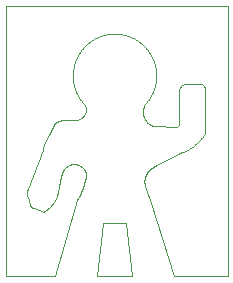
<source format=gto>
G75*
%MOIN*%
%OFA0B0*%
%FSLAX25Y25*%
%IPPOS*%
%LPD*%
%AMOC8*
5,1,8,0,0,1.08239X$1,22.5*
%
%ADD10C,0.00000*%
D10*
X0026000Y0086000D02*
X0026000Y0176000D01*
X0100000Y0176000D01*
X0100000Y0086000D01*
X0082000Y0086000D01*
X0074400Y0110500D01*
X0072900Y0115000D01*
X0072901Y0115000D02*
X0072836Y0115130D01*
X0072774Y0115261D01*
X0072717Y0115394D01*
X0072662Y0115529D01*
X0072612Y0115664D01*
X0072565Y0115802D01*
X0072521Y0115940D01*
X0072482Y0116079D01*
X0072446Y0116220D01*
X0072413Y0116361D01*
X0072385Y0116503D01*
X0072360Y0116646D01*
X0072340Y0116790D01*
X0072323Y0116934D01*
X0072309Y0117078D01*
X0072300Y0117223D01*
X0072295Y0117368D01*
X0072293Y0117513D01*
X0072295Y0117658D01*
X0072301Y0117802D01*
X0072311Y0117947D01*
X0072325Y0118091D01*
X0072343Y0118235D01*
X0072364Y0118379D01*
X0072390Y0118522D01*
X0072419Y0118664D01*
X0072452Y0118805D01*
X0072488Y0118945D01*
X0072529Y0119084D01*
X0072573Y0119222D01*
X0072620Y0119359D01*
X0072672Y0119495D01*
X0072726Y0119629D01*
X0072785Y0119762D01*
X0072847Y0119893D01*
X0072912Y0120022D01*
X0072981Y0120150D01*
X0073053Y0120276D01*
X0073129Y0120399D01*
X0073208Y0120521D01*
X0073290Y0120641D01*
X0073375Y0120758D01*
X0073463Y0120873D01*
X0073555Y0120986D01*
X0073649Y0121096D01*
X0073746Y0121203D01*
X0073846Y0121308D01*
X0073949Y0121411D01*
X0074054Y0121510D01*
X0074162Y0121607D01*
X0074273Y0121701D01*
X0074386Y0121791D01*
X0074501Y0121879D01*
X0074619Y0121964D01*
X0074739Y0122045D01*
X0074861Y0122123D01*
X0074985Y0122198D01*
X0075111Y0122270D01*
X0075239Y0122338D01*
X0075239Y0122339D02*
X0084966Y0127339D01*
X0082776Y0135728D02*
X0075900Y0136000D01*
X0075767Y0136016D01*
X0075634Y0136037D01*
X0075502Y0136062D01*
X0075371Y0136090D01*
X0075241Y0136123D01*
X0075112Y0136159D01*
X0074984Y0136199D01*
X0074857Y0136243D01*
X0074731Y0136291D01*
X0074607Y0136342D01*
X0074485Y0136397D01*
X0074364Y0136455D01*
X0074245Y0136518D01*
X0074128Y0136583D01*
X0074013Y0136652D01*
X0073900Y0136725D01*
X0073789Y0136800D01*
X0073681Y0136879D01*
X0073575Y0136961D01*
X0073471Y0137047D01*
X0073370Y0137135D01*
X0073272Y0137226D01*
X0073176Y0137320D01*
X0073083Y0137417D01*
X0072993Y0137517D01*
X0072907Y0137619D01*
X0072823Y0137724D01*
X0072742Y0137831D01*
X0072665Y0137941D01*
X0072590Y0138053D01*
X0072519Y0138167D01*
X0072452Y0138283D01*
X0072388Y0138401D01*
X0072328Y0138520D01*
X0072271Y0138642D01*
X0072218Y0138765D01*
X0072168Y0138890D01*
X0072122Y0139016D01*
X0072080Y0139143D01*
X0072042Y0139272D01*
X0072007Y0139402D01*
X0071977Y0139532D01*
X0071950Y0139664D01*
X0071927Y0139796D01*
X0071908Y0139929D01*
X0071893Y0140062D01*
X0071882Y0140196D01*
X0071875Y0140330D01*
X0071872Y0140464D01*
X0071873Y0140598D01*
X0071878Y0140733D01*
X0071887Y0140866D01*
X0071900Y0141000D01*
X0072160Y0143055D01*
X0084966Y0127338D02*
X0085328Y0127490D01*
X0085685Y0127651D01*
X0086039Y0127821D01*
X0086388Y0128000D01*
X0086733Y0128187D01*
X0087073Y0128382D01*
X0087409Y0128585D01*
X0087739Y0128797D01*
X0088064Y0129017D01*
X0088384Y0129244D01*
X0088698Y0129480D01*
X0089006Y0129722D01*
X0089308Y0129973D01*
X0089603Y0130230D01*
X0089893Y0130495D01*
X0090176Y0130767D01*
X0090452Y0131046D01*
X0090721Y0131331D01*
X0090983Y0131623D01*
X0091238Y0131921D01*
X0091486Y0132225D01*
X0091726Y0132535D01*
X0091959Y0132851D01*
X0092183Y0133172D01*
X0092400Y0133499D01*
X0092400Y0133500D02*
X0092400Y0148800D01*
X0091567Y0150000D02*
X0085914Y0150000D01*
X0085826Y0149998D01*
X0085739Y0149992D01*
X0085652Y0149983D01*
X0085565Y0149969D01*
X0085479Y0149952D01*
X0085394Y0149931D01*
X0085310Y0149907D01*
X0085227Y0149878D01*
X0085145Y0149846D01*
X0085065Y0149811D01*
X0084987Y0149772D01*
X0084910Y0149730D01*
X0084835Y0149684D01*
X0084762Y0149635D01*
X0084692Y0149583D01*
X0084624Y0149528D01*
X0084558Y0149470D01*
X0084495Y0149409D01*
X0084434Y0149346D01*
X0084377Y0149280D01*
X0084322Y0149211D01*
X0084271Y0149140D01*
X0084222Y0149067D01*
X0084177Y0148992D01*
X0084135Y0148915D01*
X0084097Y0148836D01*
X0084062Y0148756D01*
X0084031Y0148674D01*
X0084003Y0148591D01*
X0083979Y0148506D01*
X0083959Y0148421D01*
X0083942Y0148335D01*
X0083929Y0148248D01*
X0083920Y0148161D01*
X0083915Y0148073D01*
X0083914Y0147986D01*
X0083971Y0139000D01*
X0083739Y0136379D01*
X0083707Y0136319D01*
X0083672Y0136262D01*
X0083633Y0136206D01*
X0083592Y0136153D01*
X0083547Y0136102D01*
X0083500Y0136054D01*
X0083450Y0136009D01*
X0083397Y0135966D01*
X0083343Y0135927D01*
X0083286Y0135891D01*
X0083227Y0135858D01*
X0083166Y0135828D01*
X0083104Y0135802D01*
X0083040Y0135780D01*
X0082975Y0135761D01*
X0082909Y0135746D01*
X0082843Y0135735D01*
X0082776Y0135728D01*
X0092400Y0148800D02*
X0092372Y0148889D01*
X0092340Y0148976D01*
X0092305Y0149062D01*
X0092267Y0149147D01*
X0092225Y0149230D01*
X0092180Y0149311D01*
X0092132Y0149390D01*
X0092080Y0149468D01*
X0092026Y0149543D01*
X0091968Y0149616D01*
X0091908Y0149686D01*
X0091845Y0149755D01*
X0091779Y0149820D01*
X0091711Y0149883D01*
X0091640Y0149943D01*
X0091566Y0150000D01*
X0072159Y0143056D02*
X0072397Y0143299D01*
X0072628Y0143548D01*
X0072853Y0143802D01*
X0073072Y0144062D01*
X0073285Y0144328D01*
X0073491Y0144598D01*
X0073690Y0144873D01*
X0073882Y0145153D01*
X0074068Y0145438D01*
X0074247Y0145727D01*
X0074418Y0146020D01*
X0074582Y0146318D01*
X0074739Y0146619D01*
X0074889Y0146924D01*
X0075031Y0147233D01*
X0075166Y0147545D01*
X0075292Y0147861D01*
X0075412Y0148179D01*
X0075523Y0148500D01*
X0075626Y0148824D01*
X0075722Y0149150D01*
X0075809Y0149478D01*
X0075889Y0149809D01*
X0075960Y0150141D01*
X0076023Y0150475D01*
X0076079Y0150810D01*
X0076125Y0151147D01*
X0076164Y0151484D01*
X0076194Y0151823D01*
X0076217Y0152162D01*
X0076230Y0152502D01*
X0076236Y0152841D01*
X0076233Y0153181D01*
X0076222Y0153521D01*
X0076203Y0153860D01*
X0076175Y0154199D01*
X0076139Y0154537D01*
X0076095Y0154874D01*
X0076043Y0155210D01*
X0075982Y0155544D01*
X0075914Y0155877D01*
X0075837Y0156208D01*
X0075752Y0156537D01*
X0075659Y0156864D01*
X0075558Y0157188D01*
X0075450Y0157510D01*
X0075333Y0157830D01*
X0075209Y0158146D01*
X0075077Y0158459D01*
X0074937Y0158769D01*
X0074790Y0159075D01*
X0074636Y0159378D01*
X0074474Y0159677D01*
X0074305Y0159972D01*
X0074128Y0160262D01*
X0073945Y0160548D01*
X0073755Y0160830D01*
X0073558Y0161107D01*
X0073354Y0161379D01*
X0073144Y0161646D01*
X0072927Y0161907D01*
X0072704Y0162164D01*
X0072474Y0162415D01*
X0072239Y0162660D01*
X0071998Y0162899D01*
X0071751Y0163132D01*
X0071498Y0163360D01*
X0071240Y0163581D01*
X0070976Y0163795D01*
X0070708Y0164004D01*
X0070434Y0164205D01*
X0070156Y0164400D01*
X0069872Y0164588D01*
X0069585Y0164769D01*
X0069293Y0164943D01*
X0068997Y0165109D01*
X0068697Y0165269D01*
X0068393Y0165421D01*
X0068085Y0165566D01*
X0067774Y0165703D01*
X0067460Y0165832D01*
X0067143Y0165954D01*
X0066822Y0166068D01*
X0066500Y0166174D01*
X0066174Y0166272D01*
X0065846Y0166362D01*
X0065517Y0166444D01*
X0065185Y0166518D01*
X0064852Y0166584D01*
X0064517Y0166642D01*
X0064181Y0166692D01*
X0063843Y0166733D01*
X0063505Y0166766D01*
X0063166Y0166791D01*
X0062827Y0166808D01*
X0062487Y0166816D01*
X0062147Y0166816D01*
X0061807Y0166808D01*
X0061468Y0166791D01*
X0061129Y0166766D01*
X0060791Y0166733D01*
X0060453Y0166692D01*
X0060117Y0166642D01*
X0059782Y0166584D01*
X0059449Y0166518D01*
X0059117Y0166444D01*
X0058788Y0166362D01*
X0058460Y0166272D01*
X0058134Y0166174D01*
X0057812Y0166068D01*
X0057491Y0165954D01*
X0057174Y0165832D01*
X0056860Y0165703D01*
X0056549Y0165566D01*
X0056241Y0165421D01*
X0055937Y0165269D01*
X0055637Y0165109D01*
X0055341Y0164943D01*
X0055049Y0164769D01*
X0054762Y0164588D01*
X0054478Y0164400D01*
X0054200Y0164205D01*
X0053926Y0164004D01*
X0053658Y0163795D01*
X0053394Y0163581D01*
X0053136Y0163360D01*
X0052883Y0163132D01*
X0052636Y0162899D01*
X0052395Y0162660D01*
X0052160Y0162415D01*
X0051930Y0162164D01*
X0051707Y0161907D01*
X0051490Y0161646D01*
X0051280Y0161379D01*
X0051076Y0161107D01*
X0050879Y0160830D01*
X0050689Y0160548D01*
X0050506Y0160262D01*
X0050329Y0159972D01*
X0050160Y0159677D01*
X0049998Y0159378D01*
X0049844Y0159075D01*
X0049697Y0158769D01*
X0049557Y0158459D01*
X0049425Y0158146D01*
X0049301Y0157830D01*
X0049184Y0157510D01*
X0049076Y0157188D01*
X0048975Y0156864D01*
X0048882Y0156537D01*
X0048797Y0156208D01*
X0048720Y0155877D01*
X0048652Y0155544D01*
X0048591Y0155210D01*
X0048539Y0154874D01*
X0048495Y0154537D01*
X0048459Y0154199D01*
X0048431Y0153860D01*
X0048412Y0153521D01*
X0048401Y0153181D01*
X0048398Y0152841D01*
X0048404Y0152502D01*
X0048417Y0152162D01*
X0048440Y0151823D01*
X0048470Y0151484D01*
X0048509Y0151147D01*
X0048555Y0150810D01*
X0048611Y0150475D01*
X0048674Y0150141D01*
X0048745Y0149809D01*
X0048825Y0149478D01*
X0048912Y0149150D01*
X0049008Y0148824D01*
X0049111Y0148500D01*
X0049222Y0148179D01*
X0049342Y0147861D01*
X0049468Y0147545D01*
X0049603Y0147233D01*
X0049745Y0146924D01*
X0049895Y0146619D01*
X0050052Y0146318D01*
X0050216Y0146020D01*
X0050387Y0145727D01*
X0050566Y0145438D01*
X0050752Y0145153D01*
X0050944Y0144873D01*
X0051143Y0144598D01*
X0051349Y0144328D01*
X0051562Y0144062D01*
X0051781Y0143802D01*
X0052006Y0143548D01*
X0052237Y0143299D01*
X0052475Y0143056D01*
X0052475Y0143055D02*
X0052900Y0142000D01*
X0052898Y0141874D01*
X0052892Y0141749D01*
X0052882Y0141624D01*
X0052868Y0141499D01*
X0052851Y0141374D01*
X0052829Y0141250D01*
X0052804Y0141127D01*
X0052774Y0141005D01*
X0052741Y0140884D01*
X0052704Y0140764D01*
X0052664Y0140645D01*
X0052619Y0140528D01*
X0052571Y0140411D01*
X0052519Y0140297D01*
X0052464Y0140184D01*
X0052405Y0140073D01*
X0052343Y0139964D01*
X0052277Y0139857D01*
X0052208Y0139752D01*
X0052136Y0139649D01*
X0052061Y0139548D01*
X0051982Y0139450D01*
X0051900Y0139355D01*
X0051816Y0139262D01*
X0051728Y0139172D01*
X0051638Y0139084D01*
X0051545Y0139000D01*
X0051450Y0138918D01*
X0051352Y0138839D01*
X0051251Y0138764D01*
X0051148Y0138692D01*
X0051043Y0138623D01*
X0050936Y0138557D01*
X0050827Y0138495D01*
X0050716Y0138436D01*
X0050603Y0138381D01*
X0050489Y0138329D01*
X0050372Y0138281D01*
X0050255Y0138236D01*
X0050136Y0138196D01*
X0050016Y0138159D01*
X0049895Y0138126D01*
X0049773Y0138096D01*
X0049650Y0138071D01*
X0049526Y0138049D01*
X0049401Y0138032D01*
X0049276Y0138018D01*
X0049151Y0138008D01*
X0049026Y0138002D01*
X0048900Y0138000D01*
X0046023Y0138000D01*
X0042001Y0136521D02*
X0040363Y0133075D01*
X0042001Y0136520D02*
X0042098Y0136620D01*
X0042198Y0136716D01*
X0042300Y0136809D01*
X0042406Y0136900D01*
X0042513Y0136987D01*
X0042623Y0137072D01*
X0042736Y0137153D01*
X0042851Y0137231D01*
X0042968Y0137305D01*
X0043087Y0137376D01*
X0043208Y0137444D01*
X0043331Y0137508D01*
X0043455Y0137569D01*
X0043582Y0137626D01*
X0043710Y0137680D01*
X0043839Y0137729D01*
X0043970Y0137775D01*
X0044102Y0137818D01*
X0044236Y0137856D01*
X0044370Y0137891D01*
X0044505Y0137922D01*
X0044641Y0137948D01*
X0044778Y0137971D01*
X0044915Y0137990D01*
X0045053Y0138005D01*
X0045192Y0138017D01*
X0045330Y0138024D01*
X0045469Y0138027D01*
X0045607Y0138026D01*
X0045746Y0138021D01*
X0045884Y0138012D01*
X0046023Y0138000D01*
X0038426Y0128242D02*
X0033400Y0114929D01*
X0038674Y0107522D02*
X0038879Y0107640D01*
X0039081Y0107762D01*
X0039280Y0107890D01*
X0039477Y0108022D01*
X0039669Y0108159D01*
X0039859Y0108300D01*
X0040045Y0108446D01*
X0040227Y0108597D01*
X0040406Y0108751D01*
X0040581Y0108910D01*
X0040752Y0109074D01*
X0040919Y0109241D01*
X0041082Y0109412D01*
X0041241Y0109587D01*
X0041396Y0109766D01*
X0041546Y0109949D01*
X0041692Y0110135D01*
X0041833Y0110325D01*
X0041970Y0110517D01*
X0042102Y0110714D01*
X0042229Y0110913D01*
X0042352Y0111115D01*
X0042469Y0111320D01*
X0042582Y0111528D01*
X0042689Y0111739D01*
X0042792Y0111952D01*
X0042889Y0112168D01*
X0042981Y0112386D01*
X0043068Y0112605D01*
X0043149Y0112827D01*
X0043225Y0113051D01*
X0043296Y0113277D01*
X0043361Y0113504D01*
X0043421Y0113733D01*
X0043475Y0113963D01*
X0043524Y0114195D01*
X0043567Y0114427D01*
X0043604Y0114661D01*
X0043636Y0114895D01*
X0043662Y0115130D01*
X0043683Y0115366D01*
X0043697Y0115602D01*
X0043707Y0115838D01*
X0043706Y0115838D02*
X0044200Y0117800D01*
X0044800Y0120300D01*
X0044835Y0120423D01*
X0044875Y0120545D01*
X0044918Y0120666D01*
X0044965Y0120785D01*
X0045016Y0120903D01*
X0045070Y0121019D01*
X0045128Y0121134D01*
X0045189Y0121247D01*
X0045254Y0121357D01*
X0045322Y0121466D01*
X0045394Y0121573D01*
X0045468Y0121677D01*
X0045546Y0121779D01*
X0045627Y0121878D01*
X0045711Y0121975D01*
X0045798Y0122070D01*
X0045888Y0122161D01*
X0045981Y0122250D01*
X0046076Y0122336D01*
X0046174Y0122419D01*
X0046274Y0122499D01*
X0046377Y0122576D01*
X0046482Y0122649D01*
X0046590Y0122719D01*
X0046699Y0122786D01*
X0046811Y0122850D01*
X0046924Y0122910D01*
X0047039Y0122966D01*
X0047156Y0123019D01*
X0047275Y0123068D01*
X0047394Y0123114D01*
X0047516Y0123156D01*
X0047638Y0123194D01*
X0047762Y0123229D01*
X0047886Y0123259D01*
X0048012Y0123286D01*
X0048138Y0123309D01*
X0048265Y0123328D01*
X0048392Y0123343D01*
X0048520Y0123354D01*
X0048648Y0123361D01*
X0048777Y0123364D01*
X0048905Y0123363D01*
X0049033Y0123358D01*
X0049161Y0123350D01*
X0049289Y0123337D01*
X0049416Y0123320D01*
X0049543Y0123300D01*
X0049669Y0123276D01*
X0049794Y0123247D01*
X0049918Y0123215D01*
X0050041Y0123179D01*
X0050163Y0123140D01*
X0050284Y0123096D01*
X0050403Y0123049D01*
X0050521Y0122998D01*
X0050637Y0122944D01*
X0050752Y0122886D01*
X0050864Y0122825D01*
X0050975Y0122760D01*
X0051084Y0122691D01*
X0051190Y0122620D01*
X0051294Y0122545D01*
X0051396Y0122467D01*
X0051496Y0122386D01*
X0051593Y0122302D01*
X0051687Y0122215D01*
X0051778Y0122125D01*
X0051867Y0122032D01*
X0051953Y0121937D01*
X0052036Y0121839D01*
X0052115Y0121738D01*
X0052192Y0121635D01*
X0052265Y0121530D01*
X0052336Y0121423D01*
X0052402Y0121313D01*
X0052466Y0121202D01*
X0052526Y0121088D01*
X0052582Y0120973D01*
X0052635Y0120856D01*
X0052684Y0120737D01*
X0052730Y0120617D01*
X0052771Y0120496D01*
X0052809Y0120374D01*
X0052844Y0120250D01*
X0052874Y0120125D01*
X0052901Y0120000D01*
X0038426Y0128242D02*
X0038499Y0128583D01*
X0038581Y0128922D01*
X0038671Y0129260D01*
X0038769Y0129595D01*
X0038875Y0129927D01*
X0038989Y0130257D01*
X0039111Y0130584D01*
X0039241Y0130908D01*
X0039378Y0131229D01*
X0039524Y0131546D01*
X0039677Y0131860D01*
X0039837Y0132170D01*
X0040005Y0132476D01*
X0040180Y0132778D01*
X0040363Y0133075D01*
X0052900Y0120000D02*
X0052798Y0119404D01*
X0052682Y0118811D01*
X0052551Y0118221D01*
X0052406Y0117635D01*
X0052247Y0117052D01*
X0052074Y0116473D01*
X0051887Y0115898D01*
X0051686Y0115328D01*
X0051471Y0114764D01*
X0051242Y0114204D01*
X0051000Y0113651D01*
X0050745Y0113103D01*
X0050476Y0112562D01*
X0050195Y0112027D01*
X0049900Y0111500D01*
X0042500Y0086000D01*
X0026000Y0086000D01*
X0035359Y0108622D02*
X0038674Y0107522D01*
X0035359Y0108622D02*
X0035280Y0108647D01*
X0035202Y0108675D01*
X0035125Y0108707D01*
X0035050Y0108743D01*
X0034977Y0108782D01*
X0034905Y0108824D01*
X0034836Y0108870D01*
X0034768Y0108919D01*
X0034704Y0108971D01*
X0034641Y0109025D01*
X0034581Y0109083D01*
X0034524Y0109143D01*
X0034470Y0109206D01*
X0034418Y0109271D01*
X0034370Y0109339D01*
X0034325Y0109409D01*
X0034283Y0109480D01*
X0034244Y0109554D01*
X0034209Y0109629D01*
X0034178Y0109706D01*
X0034150Y0109784D01*
X0034125Y0109864D01*
X0034105Y0109944D01*
X0034088Y0110026D01*
X0033400Y0112280D01*
X0033400Y0112279D02*
X0033358Y0112390D01*
X0033320Y0112501D01*
X0033286Y0112614D01*
X0033255Y0112728D01*
X0033229Y0112843D01*
X0033205Y0112959D01*
X0033186Y0113075D01*
X0033171Y0113192D01*
X0033159Y0113309D01*
X0033151Y0113427D01*
X0033147Y0113545D01*
X0033147Y0113663D01*
X0033151Y0113781D01*
X0033159Y0113899D01*
X0033171Y0114016D01*
X0033186Y0114133D01*
X0033205Y0114249D01*
X0033229Y0114365D01*
X0033255Y0114480D01*
X0033286Y0114594D01*
X0033320Y0114707D01*
X0033358Y0114818D01*
X0033400Y0114929D01*
X0058380Y0103622D02*
X0056500Y0086000D01*
X0068000Y0086000D01*
X0066254Y0103622D01*
X0058380Y0103622D01*
M02*

</source>
